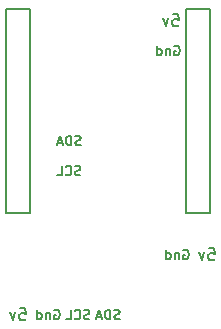
<source format=gbr>
%TF.GenerationSoftware,KiCad,Pcbnew,(6.0.5)*%
%TF.CreationDate,2025-09-07T14:18:53-04:00*%
%TF.ProjectId,inf_mirror_board_rev1,696e665f-6d69-4727-926f-725f626f6172,rev?*%
%TF.SameCoordinates,Original*%
%TF.FileFunction,Legend,Bot*%
%TF.FilePolarity,Positive*%
%FSLAX46Y46*%
G04 Gerber Fmt 4.6, Leading zero omitted, Abs format (unit mm)*
G04 Created by KiCad (PCBNEW (6.0.5)) date 2025-09-07 14:18:53*
%MOMM*%
%LPD*%
G01*
G04 APERTURE LIST*
%ADD10C,0.130000*%
%ADD11C,0.150000*%
G04 APERTURE END LIST*
D10*
X143262285Y-79864000D02*
X143338476Y-79825904D01*
X143452761Y-79825904D01*
X143567047Y-79864000D01*
X143643238Y-79940190D01*
X143681333Y-80016380D01*
X143719428Y-80168761D01*
X143719428Y-80283047D01*
X143681333Y-80435428D01*
X143643238Y-80511619D01*
X143567047Y-80587809D01*
X143452761Y-80625904D01*
X143376571Y-80625904D01*
X143262285Y-80587809D01*
X143224190Y-80549714D01*
X143224190Y-80283047D01*
X143376571Y-80283047D01*
X142881333Y-80092571D02*
X142881333Y-80625904D01*
X142881333Y-80168761D02*
X142843238Y-80130666D01*
X142767047Y-80092571D01*
X142652761Y-80092571D01*
X142576571Y-80130666D01*
X142538476Y-80206857D01*
X142538476Y-80625904D01*
X141814666Y-80625904D02*
X141814666Y-79825904D01*
X141814666Y-80587809D02*
X141890857Y-80625904D01*
X142043238Y-80625904D01*
X142119428Y-80587809D01*
X142157523Y-80549714D01*
X142195619Y-80473523D01*
X142195619Y-80244952D01*
X142157523Y-80168761D01*
X142119428Y-80130666D01*
X142043238Y-80092571D01*
X141890857Y-80092571D01*
X141814666Y-80130666D01*
D11*
X143144857Y-77176380D02*
X143621047Y-77176380D01*
X143668666Y-77652571D01*
X143621047Y-77604952D01*
X143525809Y-77557333D01*
X143287714Y-77557333D01*
X143192476Y-77604952D01*
X143144857Y-77652571D01*
X143097238Y-77747809D01*
X143097238Y-77985904D01*
X143144857Y-78081142D01*
X143192476Y-78128761D01*
X143287714Y-78176380D01*
X143525809Y-78176380D01*
X143621047Y-78128761D01*
X143668666Y-78081142D01*
X142763904Y-77509714D02*
X142525809Y-78176380D01*
X142287714Y-77509714D01*
D10*
X135318380Y-90747809D02*
X135204095Y-90785904D01*
X135013619Y-90785904D01*
X134937428Y-90747809D01*
X134899333Y-90709714D01*
X134861238Y-90633523D01*
X134861238Y-90557333D01*
X134899333Y-90481142D01*
X134937428Y-90443047D01*
X135013619Y-90404952D01*
X135166000Y-90366857D01*
X135242190Y-90328761D01*
X135280285Y-90290666D01*
X135318380Y-90214476D01*
X135318380Y-90138285D01*
X135280285Y-90062095D01*
X135242190Y-90024000D01*
X135166000Y-89985904D01*
X134975523Y-89985904D01*
X134861238Y-90024000D01*
X134061238Y-90709714D02*
X134099333Y-90747809D01*
X134213619Y-90785904D01*
X134289809Y-90785904D01*
X134404095Y-90747809D01*
X134480285Y-90671619D01*
X134518380Y-90595428D01*
X134556476Y-90443047D01*
X134556476Y-90328761D01*
X134518380Y-90176380D01*
X134480285Y-90100190D01*
X134404095Y-90024000D01*
X134289809Y-89985904D01*
X134213619Y-89985904D01*
X134099333Y-90024000D01*
X134061238Y-90062095D01*
X133337428Y-90785904D02*
X133718380Y-90785904D01*
X133718380Y-89985904D01*
X135337428Y-88207809D02*
X135223142Y-88245904D01*
X135032666Y-88245904D01*
X134956476Y-88207809D01*
X134918380Y-88169714D01*
X134880285Y-88093523D01*
X134880285Y-88017333D01*
X134918380Y-87941142D01*
X134956476Y-87903047D01*
X135032666Y-87864952D01*
X135185047Y-87826857D01*
X135261238Y-87788761D01*
X135299333Y-87750666D01*
X135337428Y-87674476D01*
X135337428Y-87598285D01*
X135299333Y-87522095D01*
X135261238Y-87484000D01*
X135185047Y-87445904D01*
X134994571Y-87445904D01*
X134880285Y-87484000D01*
X134537428Y-88245904D02*
X134537428Y-87445904D01*
X134346952Y-87445904D01*
X134232666Y-87484000D01*
X134156476Y-87560190D01*
X134118380Y-87636380D01*
X134080285Y-87788761D01*
X134080285Y-87903047D01*
X134118380Y-88055428D01*
X134156476Y-88131619D01*
X134232666Y-88207809D01*
X134346952Y-88245904D01*
X134537428Y-88245904D01*
X133775523Y-88017333D02*
X133394571Y-88017333D01*
X133851714Y-88245904D02*
X133585047Y-87445904D01*
X133318380Y-88245904D01*
D11*
X144272000Y-76708000D02*
X146304000Y-76708000D01*
X146304000Y-76708000D02*
X146304000Y-93980000D01*
X146304000Y-93980000D02*
X144272000Y-93980000D01*
X144272000Y-93980000D02*
X144272000Y-76708000D01*
X131064000Y-93980000D02*
X129032000Y-93980000D01*
X129032000Y-93980000D02*
X129032000Y-76708000D01*
X129032000Y-76708000D02*
X131064000Y-76708000D01*
X131064000Y-76708000D02*
X131064000Y-93980000D01*
D10*
X133102285Y-102216000D02*
X133178476Y-102177904D01*
X133292761Y-102177904D01*
X133407047Y-102216000D01*
X133483238Y-102292190D01*
X133521333Y-102368380D01*
X133559428Y-102520761D01*
X133559428Y-102635047D01*
X133521333Y-102787428D01*
X133483238Y-102863619D01*
X133407047Y-102939809D01*
X133292761Y-102977904D01*
X133216571Y-102977904D01*
X133102285Y-102939809D01*
X133064190Y-102901714D01*
X133064190Y-102635047D01*
X133216571Y-102635047D01*
X132721333Y-102444571D02*
X132721333Y-102977904D01*
X132721333Y-102520761D02*
X132683238Y-102482666D01*
X132607047Y-102444571D01*
X132492761Y-102444571D01*
X132416571Y-102482666D01*
X132378476Y-102558857D01*
X132378476Y-102977904D01*
X131654666Y-102977904D02*
X131654666Y-102177904D01*
X131654666Y-102939809D02*
X131730857Y-102977904D01*
X131883238Y-102977904D01*
X131959428Y-102939809D01*
X131997523Y-102901714D01*
X132035619Y-102825523D01*
X132035619Y-102596952D01*
X131997523Y-102520761D01*
X131959428Y-102482666D01*
X131883238Y-102444571D01*
X131730857Y-102444571D01*
X131654666Y-102482666D01*
X136080380Y-102939809D02*
X135966095Y-102977904D01*
X135775619Y-102977904D01*
X135699428Y-102939809D01*
X135661333Y-102901714D01*
X135623238Y-102825523D01*
X135623238Y-102749333D01*
X135661333Y-102673142D01*
X135699428Y-102635047D01*
X135775619Y-102596952D01*
X135928000Y-102558857D01*
X136004190Y-102520761D01*
X136042285Y-102482666D01*
X136080380Y-102406476D01*
X136080380Y-102330285D01*
X136042285Y-102254095D01*
X136004190Y-102216000D01*
X135928000Y-102177904D01*
X135737523Y-102177904D01*
X135623238Y-102216000D01*
X134823238Y-102901714D02*
X134861333Y-102939809D01*
X134975619Y-102977904D01*
X135051809Y-102977904D01*
X135166095Y-102939809D01*
X135242285Y-102863619D01*
X135280380Y-102787428D01*
X135318476Y-102635047D01*
X135318476Y-102520761D01*
X135280380Y-102368380D01*
X135242285Y-102292190D01*
X135166095Y-102216000D01*
X135051809Y-102177904D01*
X134975619Y-102177904D01*
X134861333Y-102216000D01*
X134823238Y-102254095D01*
X134099428Y-102977904D02*
X134480380Y-102977904D01*
X134480380Y-102177904D01*
D11*
X146192857Y-96988380D02*
X146669047Y-96988380D01*
X146716666Y-97464571D01*
X146669047Y-97416952D01*
X146573809Y-97369333D01*
X146335714Y-97369333D01*
X146240476Y-97416952D01*
X146192857Y-97464571D01*
X146145238Y-97559809D01*
X146145238Y-97797904D01*
X146192857Y-97893142D01*
X146240476Y-97940761D01*
X146335714Y-97988380D01*
X146573809Y-97988380D01*
X146669047Y-97940761D01*
X146716666Y-97893142D01*
X145811904Y-97321714D02*
X145573809Y-97988380D01*
X145335714Y-97321714D01*
X130190857Y-102068380D02*
X130667047Y-102068380D01*
X130714666Y-102544571D01*
X130667047Y-102496952D01*
X130571809Y-102449333D01*
X130333714Y-102449333D01*
X130238476Y-102496952D01*
X130190857Y-102544571D01*
X130143238Y-102639809D01*
X130143238Y-102877904D01*
X130190857Y-102973142D01*
X130238476Y-103020761D01*
X130333714Y-103068380D01*
X130571809Y-103068380D01*
X130667047Y-103020761D01*
X130714666Y-102973142D01*
X129809904Y-102401714D02*
X129571809Y-103068380D01*
X129333714Y-102401714D01*
D10*
X138639428Y-102939809D02*
X138525142Y-102977904D01*
X138334666Y-102977904D01*
X138258476Y-102939809D01*
X138220380Y-102901714D01*
X138182285Y-102825523D01*
X138182285Y-102749333D01*
X138220380Y-102673142D01*
X138258476Y-102635047D01*
X138334666Y-102596952D01*
X138487047Y-102558857D01*
X138563238Y-102520761D01*
X138601333Y-102482666D01*
X138639428Y-102406476D01*
X138639428Y-102330285D01*
X138601333Y-102254095D01*
X138563238Y-102216000D01*
X138487047Y-102177904D01*
X138296571Y-102177904D01*
X138182285Y-102216000D01*
X137839428Y-102977904D02*
X137839428Y-102177904D01*
X137648952Y-102177904D01*
X137534666Y-102216000D01*
X137458476Y-102292190D01*
X137420380Y-102368380D01*
X137382285Y-102520761D01*
X137382285Y-102635047D01*
X137420380Y-102787428D01*
X137458476Y-102863619D01*
X137534666Y-102939809D01*
X137648952Y-102977904D01*
X137839428Y-102977904D01*
X137077523Y-102749333D02*
X136696571Y-102749333D01*
X137153714Y-102977904D02*
X136887047Y-102177904D01*
X136620380Y-102977904D01*
X144024285Y-97136000D02*
X144100476Y-97097904D01*
X144214761Y-97097904D01*
X144329047Y-97136000D01*
X144405238Y-97212190D01*
X144443333Y-97288380D01*
X144481428Y-97440761D01*
X144481428Y-97555047D01*
X144443333Y-97707428D01*
X144405238Y-97783619D01*
X144329047Y-97859809D01*
X144214761Y-97897904D01*
X144138571Y-97897904D01*
X144024285Y-97859809D01*
X143986190Y-97821714D01*
X143986190Y-97555047D01*
X144138571Y-97555047D01*
X143643333Y-97364571D02*
X143643333Y-97897904D01*
X143643333Y-97440761D02*
X143605238Y-97402666D01*
X143529047Y-97364571D01*
X143414761Y-97364571D01*
X143338571Y-97402666D01*
X143300476Y-97478857D01*
X143300476Y-97897904D01*
X142576666Y-97897904D02*
X142576666Y-97097904D01*
X142576666Y-97859809D02*
X142652857Y-97897904D01*
X142805238Y-97897904D01*
X142881428Y-97859809D01*
X142919523Y-97821714D01*
X142957619Y-97745523D01*
X142957619Y-97516952D01*
X142919523Y-97440761D01*
X142881428Y-97402666D01*
X142805238Y-97364571D01*
X142652857Y-97364571D01*
X142576666Y-97402666D01*
M02*

</source>
